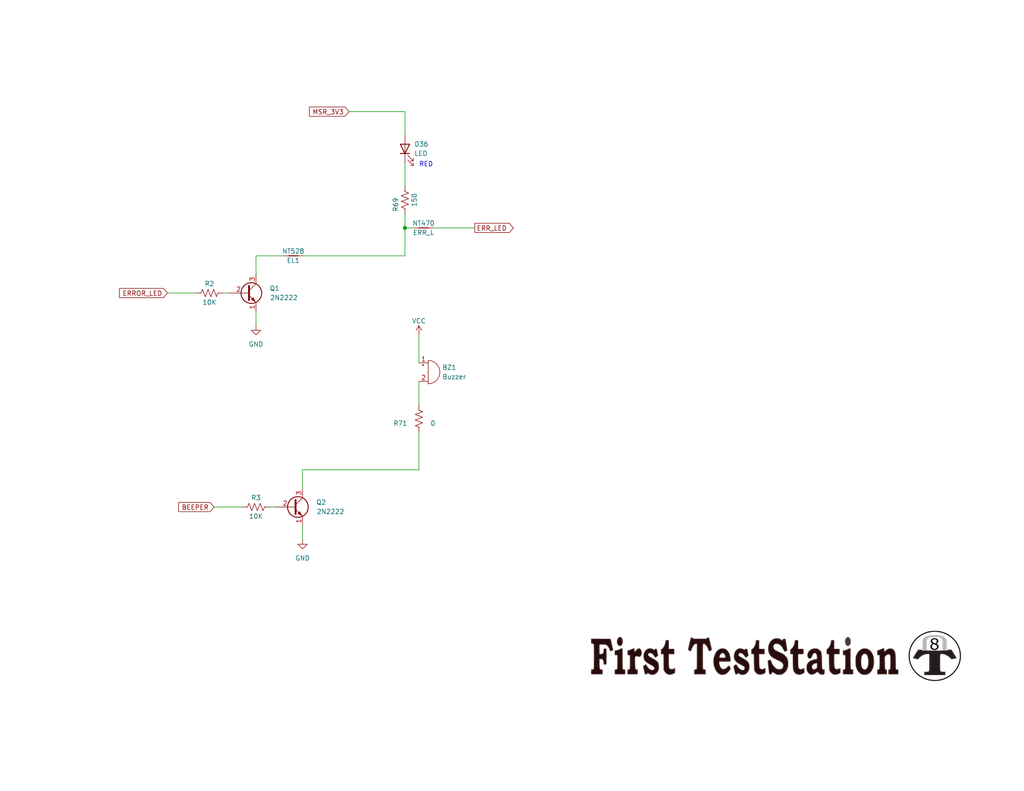
<source format=kicad_sch>
(kicad_sch (version 20230121) (generator eeschema)
  (paper "A")
  (title_block (title "Interconnect IO Board  640-1000-011") (date "2024-10-12") (rev "1.1"))
  (lib_symbols
    (symbol "Library:2N3904" (pin_names (offset 0) hide)
      (property "Reference" "Q" (at 5.08 1.905 0))
      (property "Value" "2N3904" (at 5.08 0 0))
      (symbol "2N3904_0_1"
        (polyline (pts (xy 0.635 0.635) (xy 2.54 2.54)))
        (polyline (pts (xy 0.635 -0.635) (xy 2.54 -2.54) (xy 2.54 -2.54)))
        (polyline (pts (xy 0.635 1.905) (xy 0.635 -1.905) (xy 0.635 -1.905)) (stroke (width 0.508)))
        (polyline (pts (xy 1.27 -1.778) (xy 1.778 -1.27) (xy 2.286 -2.286) (xy 1.27 -1.778) (xy 1.27 -1.778)) (fill (type outline)))
        (circle (center 1.27 0) (radius 2.8194) (stroke (width 0.254)))
      )
      (symbol "2N3904_1_1"
        (pin passive line (at 2.54 -5.08 90) (length 2.54) (name "E") (number "1"))
        (pin passive line (at -5.08 0 0) (length 5.715) (name "B") (number "2"))
        (pin passive line (at 2.54 5.08 270) (length 2.54) (name "C") (number "3"))
      )
    )
    (symbol "Library:Buzzer" (pin_names (offset 0.0254) hide)
      (property "Reference" "BZ" (at 3.81 1.27 0))
      (property "Value" "Buzzer" (at 3.81 -1.27 0))
      (symbol "Buzzer_0_1"
        (arc (start 0 -3.175) (mid 3.1612 0) (end 0 3.175))
        (polyline (pts (xy -1.651 1.905) (xy -1.143 1.905)))
        (polyline (pts (xy -1.397 2.159) (xy -1.397 1.651)))
        (polyline (pts (xy 0 3.175) (xy 0 -3.175)))
      )
      (symbol "Buzzer_1_1"
        (pin passive line (at -2.54 2.54 0) (length 2.54) (name "-") (number "1"))
        (pin passive line (at -2.54 -2.54 0) (length 2.54) (name "+") (number "2"))
      )
    )
    (symbol "Library:LED" (pin_numbers hide) (pin_names (offset 1.016) hide)
      (property "Reference" "D" (at 0 2.54 0))
      (property "Value" "LED" (at 0 -2.54 0))
      (symbol "LED_0_1"
        (polyline (pts (xy -1.27 -1.27) (xy -1.27 1.27)) (stroke (width 0.254)))
        (polyline (pts (xy -1.27 0) (xy 1.27 0)))
        (polyline (pts (xy 1.27 -1.27) (xy 1.27 1.27) (xy -1.27 0) (xy 1.27 -1.27)) (stroke (width 0.254)))
        (polyline (pts (xy -3.048 -0.762) (xy -4.572 -2.286) (xy -3.81 -2.286) (xy -4.572 -2.286) (xy -4.572 -1.524)))
        (polyline (pts (xy -1.778 -0.762) (xy -3.302 -2.286) (xy -2.54 -2.286) (xy -3.302 -2.286) (xy -3.302 -1.524)))
      )
      (symbol "LED_1_1"
        (pin passive line (at -3.81 0 0) (length 2.54) (name "K") (number "1"))
        (pin passive line (at 3.81 0 180) (length 2.54) (name "A") (number "2"))
      )
    )
    (symbol "Library:NetTie_2" (pin_numbers hide) (pin_names (offset 0) hide)
      (property "Reference" "NT" (at 0 1.27 0))
      (property "Value" "NetTie_2" (at 0 -1.27 0))
      (symbol "NetTie_2_0_1"
        (polyline (pts (xy -1.27 0) (xy 1.27 0)) (stroke (width 0.254)))
      )
      (symbol "NetTie_2_1_1"
        (pin passive line (at -2.54 0 0) (length 2.54) (name "1") (number "1"))
        (pin passive line (at 2.54 0 180) (length 2.54) (name "2") (number "2"))
      )
    )
    (symbol "Library:R_US" (pin_numbers hide) (pin_names (offset 0))
      (property "Reference" "R" (at 2.54 0 90))
      (property "Value" "R_US" (at -2.54 0 90))
      (symbol "R_US_0_1"
        (polyline (pts (xy 0 -2.286) (xy 0 -2.54)))
        (polyline (pts (xy 0 2.286) (xy 0 2.54)))
        (polyline (pts (xy 0 -0.762) (xy 1.016 -1.143) (xy 0 -1.524) (xy -1.016 -1.905) (xy 0 -2.286)))
        (polyline (pts (xy 0 0.762) (xy 1.016 0.381) (xy 0 0) (xy -1.016 -0.381) (xy 0 -0.762)))
        (polyline (pts (xy 0 2.286) (xy 1.016 1.905) (xy 0 1.524) (xy -1.016 1.143) (xy 0 0.762)))
      )
      (symbol "R_US_1_1"
        (pin passive line (at 0 3.81 270) (length 1.27) (name "~") (number "1"))
        (pin passive line (at 0 -3.81 90) (length 1.27) (name "~") (number "2"))
      )
    )
    (symbol "power:GND" (power) (pin_names (offset 0))
      (property "Value" "GND" (at 0 -3.81 0))
      (symbol "GND_0_1"
        (polyline (pts (xy 0 0) (xy 0 -1.27) (xy 1.27 -1.27) (xy 0 -2.54) (xy -1.27 -1.27) (xy 0 -1.27)))
      )
      (symbol "GND_1_1"
        (pin power_in line (at 0 0 270) (length 0) hide (name "GND") (number "1"))
      )
    )
    (symbol "power:VCC" (power) (pin_names (offset 0))
      (property "Value" "VCC" (at 0 3.81 0))
      (symbol "VCC_0_1"
        (polyline (pts (xy -0.762 1.27) (xy 0 2.54)))
        (polyline (pts (xy 0 0) (xy 0 2.54)))
        (polyline (pts (xy 0 2.54) (xy 0.762 1.27)))
      )
      (symbol "VCC_1_1"
        (pin power_in line (at 0 0 90) (length 0) hide (name "VCC") (number "1"))
      )
    )
  )
  (junction (at 110.49 62.23))
  (wire (pts (xy 110.49 58.42) (xy 110.49 62.23)))
  (wire (pts (xy 69.85 69.85) (xy 77.47 69.85)))
  (wire (pts (xy 82.55 69.85) (xy 110.49 69.85)))
  (wire (pts (xy 114.3 91.44) (xy 114.3 99.06)))
  (wire (pts (xy 114.3 104.14) (xy 114.3 110.49)))
  (wire (pts (xy 118.11 62.23) (xy 129.54 62.23)))
  (wire (pts (xy 114.3 118.11) (xy 114.3 128.27)))
  (wire (pts (xy 110.49 30.48) (xy 110.49 36.83)))
  (wire (pts (xy 73.66 138.43) (xy 74.93 138.43)))
  (wire (pts (xy 45.72 80.01) (xy 53.34 80.01)))
  (wire (pts (xy 95.25 30.48) (xy 110.49 30.48)))
  (wire (pts (xy 82.55 128.27) (xy 82.55 133.35)))
  (wire (pts (xy 58.42 138.43) (xy 66.04 138.43)))
  (wire (pts (xy 69.85 85.09) (xy 69.85 88.9)))
  (wire (pts (xy 82.55 128.27) (xy 114.3 128.27)))
  (wire (pts (xy 69.85 69.85) (xy 69.85 74.93)))
  (wire (pts (xy 110.49 62.23) (xy 110.49 69.85)))
  (wire (pts (xy 82.55 143.51) (xy 82.55 147.32)))
  (wire (pts (xy 110.49 44.45) (xy 110.49 50.8)))
  (wire (pts (xy 113.03 62.23) (xy 110.49 62.23)))
  (wire (pts (xy 60.96 80.01) (xy 62.23 80.01)))
  (image (at 255.27 179.07))
  (image (at 203.2 179.07) (scale 2.13772))
  (text "RED" (at 114.3 45.72 0) (effects (font (size 1.27 1.27)) (justify left bottom)))
  (global_label "MSR_3V3" (shape input) (at 95.25 30.48 180) (property "Intersheetrefs" "${INTERSHEET_REFS}" (effects hide)))
  (global_label "BEEPER" (shape input) (at 58.42 138.43 180) (property "Intersheetrefs" "${INTERSHEET_REFS}" (effects hide)))
  (global_label "ERR_LED" (shape output) (at 129.54 62.23 0) (property "Intersheetrefs" "${INTERSHEET_REFS}" (effects hide)))
  (global_label "ERROR_LED" (shape input) (at 45.72 80.01 180) (property "Intersheetrefs" "${INTERSHEET_REFS}" (effects hide)))
  (symbol (lib_id "Library:R_US") (at 110.49 54.61 180) (unit 1)
    (property "Reference" "R69" (at 107.95 55.88 90))
    (property "Value" "150" (at 113.03 54.61 90))
    (property "Footprint" "Resistor_THT:R_Axial_DIN0207_L6.3mm_D2.5mm_P10.16mm_Horizontal" (effects hide))
  )
  (symbol (lib_id "power:GND") (at 69.85 88.9 0) (unit 1)
    (property "Reference" "#PWR0147" (effects hide))
    (property "Value" "GND" (at 69.85 93.98 0))
  )
  (symbol (lib_id "Library:2N3904") (at 80.01 138.43 0) (unit 1)
    (property "Reference" "Q2" (at 87.63 137.16 0))
    (property "Value" "2N2222" (at 90.17 139.7 0))
    (property "Footprint" "Package_TO_SOT_THT:TO-92_Inline_Wide" (effects hide))
    (property "Datasheet" "https://www.onsemi.com/pub/Collateral/2N3903-D.PDF" (effects hide))
  )
  (symbol (lib_id "Library:R_US") (at 114.3 114.3 180) (unit 1)
    (property "Reference" "R71" (at 109.22 115.57 0))
    (property "Value" "0" (at 118.11 115.57 0))
    (property "Footprint" "Resistor_THT:R_Axial_DIN0207_L6.3mm_D2.5mm_P10.16mm_Horizontal" (effects hide))
  )
  (symbol (lib_id "Library:R_US") (at 57.15 80.01 270) (unit 1)
    (property "Reference" "R2" (at 57.15 77.47 90))
    (property "Value" "10K" (at 57.15 82.55 90))
    (property "Footprint" "Resistor_THT:R_Axial_DIN0207_L6.3mm_D2.5mm_P10.16mm_Horizontal" (effects hide))
  )
  (symbol (lib_id "Library:LED") (at 110.49 40.64 90) (unit 1)
    (property "Reference" "D36" (at 113.03 39.37 90) (effects (justify right)))
    (property "Value" "LED" (at 113.03 41.91 90) (effects (justify right)))
    (property "Footprint" "LED_THT:LED_D3.0mm_Clear" (effects hide))
  )
  (symbol (lib_id "Library:NetTie_2") (at 80.01 69.85 0) (unit 1)
    (property "Reference" "NT528" (at 80.01 68.58 0))
    (property "Value" "EL1" (at 80.01 71.12 0))
    (property "Footprint" "NetTie:NetTie-2_Front1.0mm" (effects hide))
  )
  (symbol (lib_id "Library:NetTie_2") (at 115.57 62.23 0) (unit 1)
    (property "Reference" "NT470" (at 115.57 60.96 0))
    (property "Value" "ERR_L" (at 115.57 63.5 0))
    (property "Footprint" "NetTie:NetTie-2_Front1.0mm" (effects hide))
  )
  (symbol (lib_id "Library:R_US") (at 69.85 138.43 270) (unit 1)
    (property "Reference" "R3" (at 69.85 135.89 90))
    (property "Value" "10K" (at 69.85 140.97 90))
    (property "Footprint" "Resistor_THT:R_Axial_DIN0207_L6.3mm_D2.5mm_P10.16mm_Horizontal" (effects hide))
  )
  (symbol (lib_id "Library:2N3904") (at 67.31 80.01 0) (unit 1)
    (property "Reference" "Q1" (at 74.93 78.74 0))
    (property "Value" "2N2222" (at 77.47 81.28 0))
    (property "Footprint" "Package_TO_SOT_THT:TO-92_Inline_Wide" (effects hide))
    (property "Datasheet" "https://www.onsemi.com/pub/Collateral/2N3903-D.PDF" (effects hide))
  )
  (symbol (lib_id "Library:Buzzer") (at 116.84 101.6 0) (unit 1)
    (property "Reference" "BZ1" (at 120.65 100.3299 0) (effects (justify left)))
    (property "Value" "Buzzer" (at 120.65 102.8699 0) (effects (justify left)))
    (property "Footprint" "Buzzer_Beeper:Buzzer_12x9.5RM7.6" (effects hide))
  )
  (symbol (lib_id "power:GND") (at 82.55 147.32 0) (unit 1)
    (property "Reference" "#PWR0148" (effects hide))
    (property "Value" "GND" (at 82.55 152.4 0))
  )
  (symbol (lib_id "power:VCC") (at 114.3 91.44 0) (unit 1)
    (property "Reference" "#PWR0121" (effects hide))
    (property "Value" "VCC" (at 114.3 87.63 0))
  )
)
</source>
